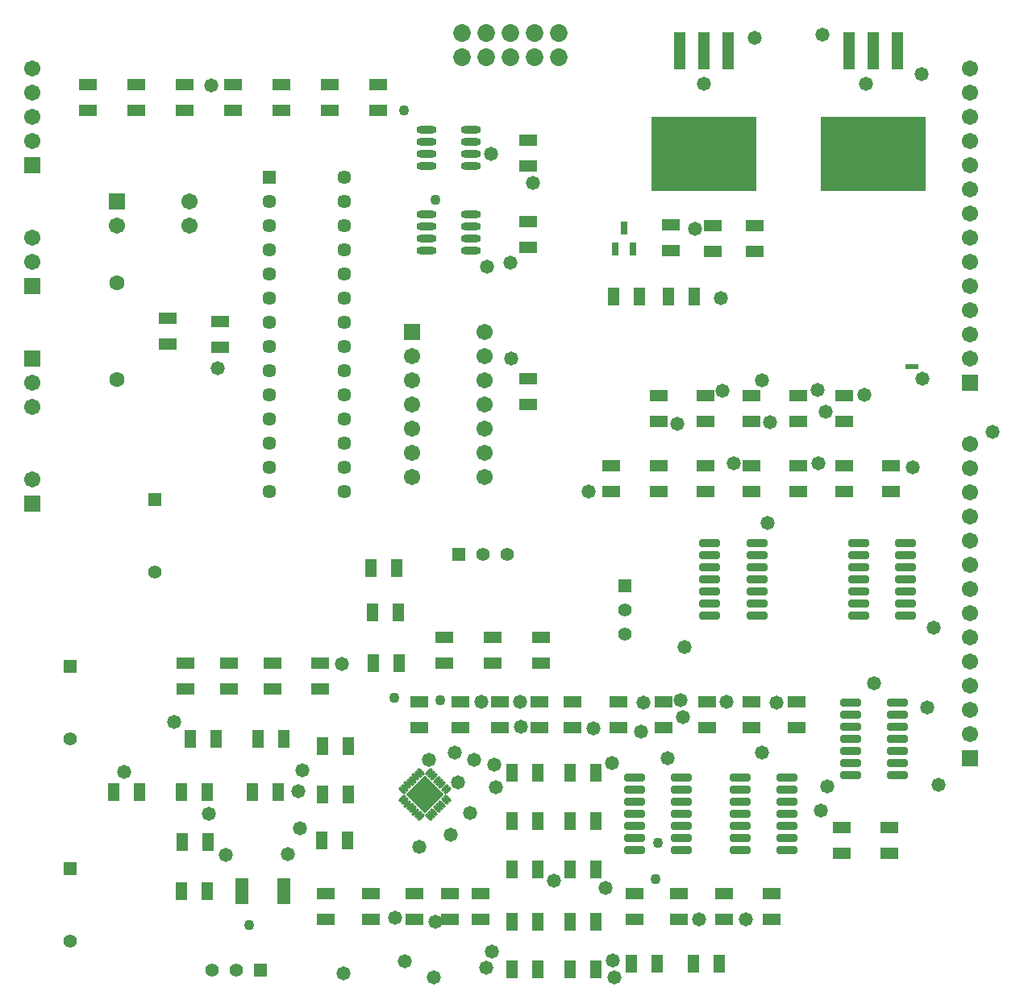
<source format=gts>
G04*
G04 #@! TF.GenerationSoftware,Altium Limited,Altium Designer,20.0.9 (164)*
G04*
G04 Layer_Color=8388736*
%FSLAX25Y25*%
%MOIN*%
G70*
G01*
G75*
%ADD16R,0.07493X0.05131*%
%ADD17R,0.05131X0.07493*%
%ADD18O,0.08280X0.03162*%
G04:AMPARAMS|DCode=19|XSize=36.74mil|YSize=16.66mil|CornerRadius=5.08mil|HoleSize=0mil|Usage=FLASHONLY|Rotation=45.000|XOffset=0mil|YOffset=0mil|HoleType=Round|Shape=RoundedRectangle|*
%AMROUNDEDRECTD19*
21,1,0.03674,0.00650,0,0,45.0*
21,1,0.02657,0.01666,0,0,45.0*
1,1,0.01016,0.01169,0.00710*
1,1,0.01016,-0.00710,-0.01169*
1,1,0.01016,-0.01169,-0.00710*
1,1,0.01016,0.00710,0.01169*
%
%ADD19ROUNDEDRECTD19*%
G04:AMPARAMS|DCode=20|XSize=36.74mil|YSize=16.66mil|CornerRadius=5.08mil|HoleSize=0mil|Usage=FLASHONLY|Rotation=315.000|XOffset=0mil|YOffset=0mil|HoleType=Round|Shape=RoundedRectangle|*
%AMROUNDEDRECTD20*
21,1,0.03674,0.00650,0,0,315.0*
21,1,0.02657,0.01666,0,0,315.0*
1,1,0.01016,0.00710,-0.01169*
1,1,0.01016,-0.01169,0.00710*
1,1,0.01016,-0.00710,0.01169*
1,1,0.01016,0.01169,-0.00710*
%
%ADD20ROUNDEDRECTD20*%
%ADD21P,0.15608X4X360.0*%
%ADD22R,0.05524X0.11036*%
%ADD23R,0.04698X0.15721*%
%ADD24R,0.43477X0.30800*%
%ADD25R,0.03162X0.05328*%
%ADD26R,0.02769X0.01981*%
G04:AMPARAMS|DCode=27|XSize=85.56mil|YSize=31.62mil|CornerRadius=9.91mil|HoleSize=0mil|Usage=FLASHONLY|Rotation=0.000|XOffset=0mil|YOffset=0mil|HoleType=Round|Shape=RoundedRectangle|*
%AMROUNDEDRECTD27*
21,1,0.08556,0.01181,0,0,0.0*
21,1,0.06575,0.03162,0,0,0.0*
1,1,0.01981,0.03287,-0.00591*
1,1,0.01981,-0.03287,-0.00591*
1,1,0.01981,-0.03287,0.00591*
1,1,0.01981,0.03287,0.00591*
%
%ADD27ROUNDEDRECTD27*%
%ADD28R,0.05524X0.05524*%
%ADD29C,0.05524*%
%ADD30C,0.06706*%
%ADD31R,0.06706X0.06706*%
%ADD32C,0.05721*%
%ADD33R,0.05721X0.05721*%
%ADD34R,0.06706X0.06706*%
%ADD35C,0.06312*%
%ADD36R,0.05524X0.05524*%
%ADD37C,0.07296*%
%ADD38C,0.05800*%
%ADD39C,0.04300*%
D16*
X215710Y143224D02*
D03*
Y132594D02*
D03*
X319777Y269915D02*
D03*
Y259285D02*
D03*
X207678Y53370D02*
D03*
Y64000D02*
D03*
X125453Y388023D02*
D03*
Y398653D02*
D03*
X85453D02*
D03*
Y388023D02*
D03*
X65453Y398653D02*
D03*
Y388023D02*
D03*
X105453Y398653D02*
D03*
Y388023D02*
D03*
X145453Y398653D02*
D03*
Y388023D02*
D03*
X165453Y398653D02*
D03*
Y388023D02*
D03*
X45453D02*
D03*
Y398653D02*
D03*
X100000Y290000D02*
D03*
Y300630D02*
D03*
X78453Y301968D02*
D03*
Y291338D02*
D03*
X227453Y365023D02*
D03*
Y375653D02*
D03*
Y276995D02*
D03*
Y266365D02*
D03*
Y331338D02*
D03*
Y341968D02*
D03*
X180476Y64000D02*
D03*
Y53370D02*
D03*
X141307Y148685D02*
D03*
Y159315D02*
D03*
X232177Y132594D02*
D03*
Y143224D02*
D03*
X232630Y170130D02*
D03*
Y159500D02*
D03*
X195049Y53370D02*
D03*
Y64000D02*
D03*
X162269Y53370D02*
D03*
Y64000D02*
D03*
X143583Y64000D02*
D03*
Y53370D02*
D03*
X85630Y148685D02*
D03*
Y159315D02*
D03*
X103630Y148685D02*
D03*
Y159315D02*
D03*
X121781Y148685D02*
D03*
Y159315D02*
D03*
X192630Y170130D02*
D03*
Y159500D02*
D03*
X212630Y170130D02*
D03*
Y159500D02*
D03*
X303756Y340315D02*
D03*
Y329685D02*
D03*
X321000Y340315D02*
D03*
Y329685D02*
D03*
X286513Y340606D02*
D03*
Y329976D02*
D03*
X199355Y143224D02*
D03*
Y132594D02*
D03*
X182229Y143224D02*
D03*
Y132594D02*
D03*
X338977Y259285D02*
D03*
Y269915D02*
D03*
X358177Y240974D02*
D03*
Y230344D02*
D03*
Y259285D02*
D03*
Y269915D02*
D03*
X281377Y230344D02*
D03*
Y240974D02*
D03*
X261846D02*
D03*
Y230344D02*
D03*
X377377D02*
D03*
Y240974D02*
D03*
X338977Y230344D02*
D03*
Y240974D02*
D03*
X300577Y230344D02*
D03*
Y240974D02*
D03*
X319777Y230344D02*
D03*
Y240974D02*
D03*
X300577Y269915D02*
D03*
Y259285D02*
D03*
X281377Y269915D02*
D03*
Y259285D02*
D03*
X319528Y143224D02*
D03*
Y132594D02*
D03*
X338416D02*
D03*
Y143224D02*
D03*
X327858Y53370D02*
D03*
Y64000D02*
D03*
X308199Y64000D02*
D03*
Y53370D02*
D03*
X289523Y64000D02*
D03*
Y53370D02*
D03*
X357000Y80685D02*
D03*
Y91315D02*
D03*
X376545D02*
D03*
Y80685D02*
D03*
X271324Y64000D02*
D03*
Y53370D02*
D03*
X301514Y132594D02*
D03*
Y143224D02*
D03*
X283208Y132594D02*
D03*
Y143224D02*
D03*
X245749D02*
D03*
Y132594D02*
D03*
X264752Y143224D02*
D03*
Y132594D02*
D03*
D17*
X56000Y106000D02*
D03*
X66630D02*
D03*
X126260Y128000D02*
D03*
X115630D02*
D03*
X94630Y106000D02*
D03*
X84000D02*
D03*
X152630Y86000D02*
D03*
X142000D02*
D03*
X113315Y106000D02*
D03*
X123945D02*
D03*
X98260Y128000D02*
D03*
X87630D02*
D03*
X94945Y85500D02*
D03*
X84315D02*
D03*
X94630Y65000D02*
D03*
X84000D02*
D03*
X152945Y125000D02*
D03*
X142315D02*
D03*
X152945Y105000D02*
D03*
X142315D02*
D03*
X173071Y198661D02*
D03*
X162442D02*
D03*
X173630Y180500D02*
D03*
X163000D02*
D03*
X173945Y159500D02*
D03*
X163315D02*
D03*
X273315Y311000D02*
D03*
X262685D02*
D03*
X285332D02*
D03*
X295962D02*
D03*
X306397Y34873D02*
D03*
X295767D02*
D03*
X280773D02*
D03*
X270143D02*
D03*
X255198Y93858D02*
D03*
X244568D02*
D03*
X231315D02*
D03*
X220685D02*
D03*
X231361Y73855D02*
D03*
X220731D02*
D03*
X244614Y73855D02*
D03*
X255244D02*
D03*
X231361Y52454D02*
D03*
X220731D02*
D03*
X244614D02*
D03*
X255244D02*
D03*
X231361Y32727D02*
D03*
X220731D02*
D03*
X244614D02*
D03*
X255244D02*
D03*
X231315Y114000D02*
D03*
X220685D02*
D03*
X244568D02*
D03*
X255198D02*
D03*
D18*
X203705Y365077D02*
D03*
Y370077D02*
D03*
Y375077D02*
D03*
Y380077D02*
D03*
X185201Y365077D02*
D03*
Y370077D02*
D03*
Y375077D02*
D03*
Y380077D02*
D03*
X203705Y330153D02*
D03*
Y335153D02*
D03*
Y340153D02*
D03*
Y345153D02*
D03*
X185201Y330153D02*
D03*
Y335153D02*
D03*
Y340153D02*
D03*
Y345153D02*
D03*
D19*
X175193Y103358D02*
D03*
X176306Y102244D02*
D03*
X177420Y101130D02*
D03*
X178533Y100017D02*
D03*
X179647Y98903D02*
D03*
X180760Y97790D02*
D03*
X181874Y96676D02*
D03*
X182987Y95563D02*
D03*
X194067Y106642D02*
D03*
X192954Y107756D02*
D03*
X191840Y108870D02*
D03*
X190727Y109983D02*
D03*
X189613Y111097D02*
D03*
X188499Y112210D02*
D03*
X187386Y113324D02*
D03*
X186272Y114437D02*
D03*
D20*
X182987D02*
D03*
X181874Y113324D02*
D03*
X180760Y112210D02*
D03*
X179647Y111097D02*
D03*
X178533Y109983D02*
D03*
X177420Y108870D02*
D03*
X176306Y107756D02*
D03*
X175193Y106642D02*
D03*
X186272Y95563D02*
D03*
X187386Y96676D02*
D03*
X188499Y97790D02*
D03*
X189613Y98903D02*
D03*
X190727Y100017D02*
D03*
X191840Y101130D02*
D03*
X192954Y102244D02*
D03*
X194067Y103358D02*
D03*
D21*
X184630Y105000D02*
D03*
D22*
X126291Y65000D02*
D03*
X108968D02*
D03*
D23*
X380000Y412835D02*
D03*
X370000D02*
D03*
X360000D02*
D03*
X310000D02*
D03*
X300000D02*
D03*
X290000D02*
D03*
D24*
X370000Y370000D02*
D03*
X300000D02*
D03*
D25*
X267000Y339429D02*
D03*
X270740Y330571D02*
D03*
X263260D02*
D03*
D26*
X384622Y282000D02*
D03*
X387378D02*
D03*
D27*
X360623Y142869D02*
D03*
Y137869D02*
D03*
Y132869D02*
D03*
Y127869D02*
D03*
Y122869D02*
D03*
Y117869D02*
D03*
Y112869D02*
D03*
X380111D02*
D03*
Y117869D02*
D03*
Y122869D02*
D03*
Y127869D02*
D03*
Y132869D02*
D03*
Y137869D02*
D03*
Y142869D02*
D03*
X364000Y209000D02*
D03*
Y204000D02*
D03*
Y199000D02*
D03*
Y194000D02*
D03*
Y189000D02*
D03*
Y184000D02*
D03*
Y179000D02*
D03*
X383488D02*
D03*
Y184000D02*
D03*
Y189000D02*
D03*
Y194000D02*
D03*
Y199000D02*
D03*
Y204000D02*
D03*
Y209000D02*
D03*
X302393D02*
D03*
Y204000D02*
D03*
Y199000D02*
D03*
Y194000D02*
D03*
Y189000D02*
D03*
Y184000D02*
D03*
Y179000D02*
D03*
X321882D02*
D03*
Y184000D02*
D03*
Y189000D02*
D03*
Y194000D02*
D03*
Y199000D02*
D03*
Y204000D02*
D03*
Y209000D02*
D03*
X271256Y112000D02*
D03*
Y107000D02*
D03*
Y102000D02*
D03*
Y97000D02*
D03*
Y92000D02*
D03*
Y87000D02*
D03*
Y82000D02*
D03*
X290744D02*
D03*
Y87000D02*
D03*
Y92000D02*
D03*
Y97000D02*
D03*
Y102000D02*
D03*
Y107000D02*
D03*
Y112000D02*
D03*
X334439Y82000D02*
D03*
Y87000D02*
D03*
Y92000D02*
D03*
Y97000D02*
D03*
Y102000D02*
D03*
Y107000D02*
D03*
Y112000D02*
D03*
X314951D02*
D03*
Y107000D02*
D03*
Y102000D02*
D03*
Y97000D02*
D03*
Y92000D02*
D03*
Y87000D02*
D03*
Y82000D02*
D03*
D28*
X73000Y227000D02*
D03*
X38000Y74354D02*
D03*
X38000Y158000D02*
D03*
X267500Y191500D02*
D03*
D29*
X73000Y197000D02*
D03*
X38000Y44354D02*
D03*
X38000Y128000D02*
D03*
X267500Y181500D02*
D03*
Y171500D02*
D03*
X106638Y32219D02*
D03*
X96638D02*
D03*
X208630Y204500D02*
D03*
X218630D02*
D03*
D30*
X22453Y235338D02*
D03*
Y375338D02*
D03*
Y385338D02*
D03*
Y395338D02*
D03*
Y405338D02*
D03*
Y335338D02*
D03*
Y325338D02*
D03*
X209453Y236338D02*
D03*
Y246338D02*
D03*
Y256338D02*
D03*
Y266338D02*
D03*
Y276338D02*
D03*
Y286338D02*
D03*
Y296338D02*
D03*
X179453Y236338D02*
D03*
Y246338D02*
D03*
Y256338D02*
D03*
Y266338D02*
D03*
Y276338D02*
D03*
Y286338D02*
D03*
X22453Y265338D02*
D03*
Y275338D02*
D03*
X57453Y340338D02*
D03*
X87453Y350338D02*
D03*
Y340338D02*
D03*
X410000Y250000D02*
D03*
Y240000D02*
D03*
Y230000D02*
D03*
Y220000D02*
D03*
Y210000D02*
D03*
Y200000D02*
D03*
Y190000D02*
D03*
Y180000D02*
D03*
Y170000D02*
D03*
Y160000D02*
D03*
Y150000D02*
D03*
Y140000D02*
D03*
Y130000D02*
D03*
Y405338D02*
D03*
Y395338D02*
D03*
Y385338D02*
D03*
Y375338D02*
D03*
Y365338D02*
D03*
Y355338D02*
D03*
Y345338D02*
D03*
Y335338D02*
D03*
Y325338D02*
D03*
Y315338D02*
D03*
Y305338D02*
D03*
Y295338D02*
D03*
Y285338D02*
D03*
D31*
X22453Y225338D02*
D03*
Y365338D02*
D03*
Y315338D02*
D03*
Y285338D02*
D03*
X410000Y120000D02*
D03*
Y275338D02*
D03*
D32*
X151453Y360338D02*
D03*
Y350338D02*
D03*
Y340338D02*
D03*
Y330338D02*
D03*
Y320338D02*
D03*
Y310338D02*
D03*
Y300338D02*
D03*
Y290338D02*
D03*
Y280338D02*
D03*
Y270338D02*
D03*
Y260338D02*
D03*
Y250338D02*
D03*
Y240338D02*
D03*
Y230338D02*
D03*
X120453D02*
D03*
Y240338D02*
D03*
Y250338D02*
D03*
Y260338D02*
D03*
Y270338D02*
D03*
Y280338D02*
D03*
Y290338D02*
D03*
Y300338D02*
D03*
Y310338D02*
D03*
Y320338D02*
D03*
Y330338D02*
D03*
Y340338D02*
D03*
Y350338D02*
D03*
D33*
Y360338D02*
D03*
D34*
X179453Y296338D02*
D03*
X57453Y350338D02*
D03*
D35*
X57213Y316653D02*
D03*
Y276653D02*
D03*
D36*
X116638Y32219D02*
D03*
X198630Y204500D02*
D03*
D37*
X240000Y420000D02*
D03*
Y410000D02*
D03*
X230000Y420000D02*
D03*
Y410000D02*
D03*
X220000D02*
D03*
Y420000D02*
D03*
X210000Y410000D02*
D03*
Y420000D02*
D03*
X200000Y410000D02*
D03*
Y420000D02*
D03*
D38*
X349000Y419500D02*
D03*
X419500Y255000D02*
D03*
X327500Y259000D02*
D03*
X350500Y263500D02*
D03*
X326500Y217500D02*
D03*
X188500Y29500D02*
D03*
X212500Y40000D02*
D03*
X210000Y33500D02*
D03*
X262500Y36500D02*
D03*
X351000Y108500D02*
D03*
X348500Y98500D02*
D03*
X392500Y141000D02*
D03*
X370500Y151000D02*
D03*
X263000Y29500D02*
D03*
X390000Y403000D02*
D03*
X296500Y339000D02*
D03*
X289000Y258500D02*
D03*
X312500Y242000D02*
D03*
X292000Y166000D02*
D03*
X274000Y131000D02*
D03*
X275000Y143000D02*
D03*
X262000Y118000D02*
D03*
X259500Y66500D02*
D03*
X182500Y83500D02*
D03*
X195500Y88500D02*
D03*
X203256Y97245D02*
D03*
X172500Y54000D02*
D03*
X176500Y36000D02*
D03*
X224500Y133000D02*
D03*
X291500Y137000D02*
D03*
X128000Y80500D02*
D03*
X102500Y80000D02*
D03*
X151000Y31000D02*
D03*
X212000Y370000D02*
D03*
X186500Y119500D02*
D03*
X300000Y399000D02*
D03*
X347500Y242000D02*
D03*
X347000Y272500D02*
D03*
X95500Y97000D02*
D03*
X307000Y310500D02*
D03*
X324000Y122500D02*
D03*
X285000Y120000D02*
D03*
X238000Y69500D02*
D03*
X198500Y110000D02*
D03*
X133000Y91000D02*
D03*
X197000Y122500D02*
D03*
X205000Y119500D02*
D03*
X99000Y281500D02*
D03*
X367000Y399000D02*
D03*
X224000Y143500D02*
D03*
X208000D02*
D03*
X214000Y108000D02*
D03*
X60500Y114500D02*
D03*
X81000Y135000D02*
D03*
X150500Y159000D02*
D03*
X132500Y106500D02*
D03*
X298000Y53500D02*
D03*
X317500D02*
D03*
X397000Y109000D02*
D03*
X330000Y143000D02*
D03*
X309500Y143500D02*
D03*
X290500Y144000D02*
D03*
X252500Y230500D02*
D03*
X386500Y240500D02*
D03*
X390500Y277000D02*
D03*
X366500Y270500D02*
D03*
X324000Y276500D02*
D03*
X96500Y398500D02*
D03*
X229500Y358000D02*
D03*
X220500Y285500D02*
D03*
X210500Y323500D02*
D03*
X220000Y325000D02*
D03*
X307848Y272152D02*
D03*
X213500Y117500D02*
D03*
X254500Y132500D02*
D03*
X134000Y115000D02*
D03*
X189000Y52250D02*
D03*
X395000Y174000D02*
D03*
X321000Y418000D02*
D03*
D39*
X281000Y85000D02*
D03*
X280151Y70171D02*
D03*
X112000Y51000D02*
D03*
X191000Y144000D02*
D03*
X172000Y145000D02*
D03*
X176000Y388000D02*
D03*
X189000Y351000D02*
D03*
M02*

</source>
